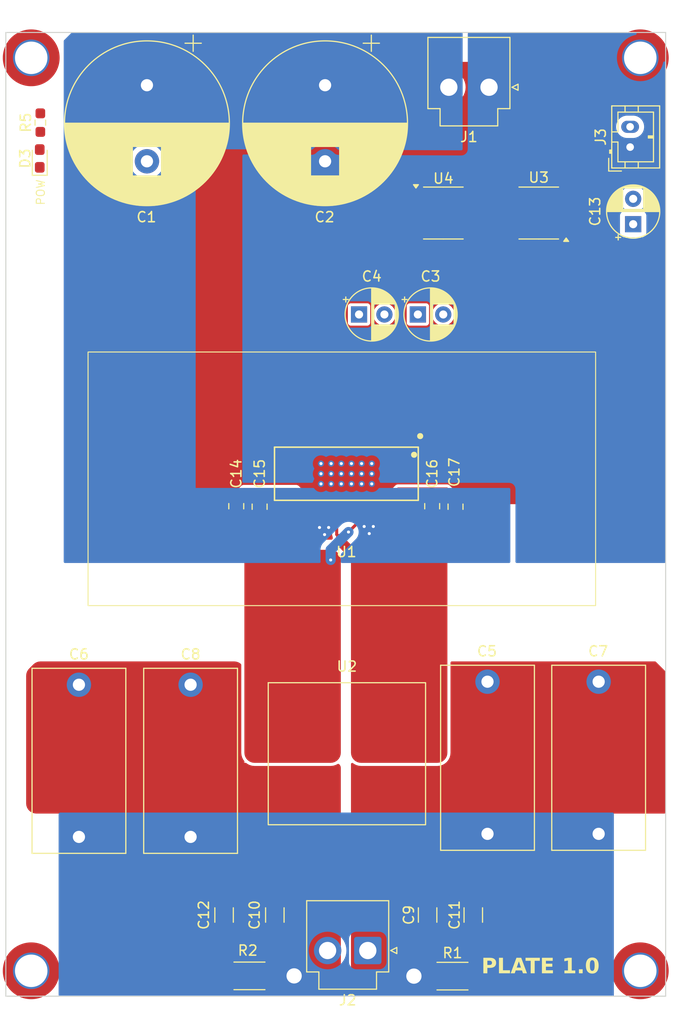
<source format=kicad_pcb>
(kicad_pcb (version 20240108) (generator "pcbnew") (generator_version "8.0")
  (layers (0 "F.Cu" signal) (31 "B.Cu" signal) (34 "B.Paste" user) (35 "F.Paste" user) (36 "B.SilkS" user "B.Silkscreen") (37 "F.SilkS" user "F.Silkscreen") (38 "B.Mask" user) (39 "F.Mask" user) (44 "Edge.Cuts" user))
  (net 0 "")
  (net 1 "GND")
  (net 2 "3V3")
  (net 17 "Net-(D3-A)")
  (net 22 "48V")
  (net 23 "INB")
  (net 24 "INA")
  (net 25 "Net-(U1-INPUT_A)")
  (net 26 "Net-(U1-INPUT_B)")
  (net 27 "SPEAKER_OUT1")
  (net 28 "SPEAKER_OUT2")
  (net 29 "Net-(C11-Pad1)")
  (net 30 "Net-(C12-Pad2)")
  (net 42 "MID")
  (net 43 "OUT2")
  (net 44 "OUT1")
  (net 45 "AUDIO_IN")
  (net 46 "Net-(U3A-+)")
  (net 47 "12V")
  (net 48 "Net-(U1-BST_C)")
  (net 49 "Net-(U1-BST_D)")
  (net 50 "Net-(U1-BST_A)")
  (net 51 "Net-(U1-BST_B)")
  (net 52 "GND2")
  (net 53 "GNDMID")
  (net 54 "GND1")
  (footprint "Capacitor_SMD:C_1206_3216Metric" (layer "F.Cu") (at 110.4 148 -90)
    (property "Reference" "C10" (at 0 2 90) (layer "F.SilkS"))
    (property "Value" "1n C0G")
    (pad "1" smd roundrect (at -1.475 0 270) (size 1.15 1.8) (layers "F.Cu" "F.Paste" "F.Mask") (roundrect_rratio 0.217391) (net 28 "SPEAKER_OUT2"))
    (pad "2" smd roundrect (at 1.475 0 270) (size 1.15 1.8) (layers "F.Cu" "F.Paste" "F.Mask") (roundrect_rratio 0.217391) (net 42 "MID"))
  )
  (footprint "Package_SO:SOIC-8_3.9x4.9mm_P1.27mm" (layer "F.Cu") (at 127 78.8)
    (property "Reference" "U4" (at 0 -3.4 0) (layer "F.SilkS"))
    (property "Value" "OPA1602")
    (pad "1" smd roundrect (at -2.475 -1.905) (size 1.95 0.6) (layers "F.Cu" "F.Paste" "F.Mask"))
    (pad "2" smd roundrect (at -2.475 -0.635) (size 1.95 0.6) (layers "F.Cu" "F.Paste" "F.Mask"))
    (pad "3" smd roundrect (at -2.475 0.635) (size 1.95 0.6) (layers "F.Cu" "F.Paste" "F.Mask"))
    (pad "4" smd roundrect (at -2.475 1.905) (size 1.95 0.6) (layers "F.Cu" "F.Paste" "F.Mask") (net 1 "GND"))
    (pad "5" smd roundrect (at 2.475 1.905) (size 1.95 0.6) (layers "F.Cu" "F.Paste" "F.Mask"))
    (pad "6" smd roundrect (at 2.475 0.635) (size 1.95 0.6) (layers "F.Cu" "F.Paste" "F.Mask"))
    (pad "7" smd roundrect (at 2.475 -0.635) (size 1.95 0.6) (layers "F.Cu" "F.Paste" "F.Mask"))
    (pad "8" smd roundrect (at 2.475 -1.905) (size 1.95 0.6) (layers "F.Cu" "F.Paste" "F.Mask") (net 47 "12V"))
  )
  (footprint "Connector_JST:JST_VH_B2P-VH-B_1x02_P3.96mm_Vertical" (layer "F.Cu") (at 119.5575 151.5 180)
    (property "Reference" "J2" (at 1.98 -4.9 360) (layer "F.SilkS"))
    (property "Value" "Conn_01x02_Pin")
    (pad "1" thru_hole roundrect (at 0 0 180) (size 2.7 2.7) (drill 1.7) (layers "*.Cu" "*.Mask") (roundrect_rratio 0.092593) (net 27 "SPEAKER_OUT1"))
    (pad "2" thru_hole circle (at 3.96 0 180) (size 2.7 2.7) (drill 1.7) (layers "*.Cu" "*.Mask") (net 28 "SPEAKER_OUT2"))
  )
  (footprint "Connector_JST:JST_PH_B2B-PH-K_1x02_P2.00mm_Vertical" (layer "F.Cu") (at 145.4 72.3 90)
    (property "Reference" "J3" (at 1 -2.9 90) (layer "F.SilkS"))
    (property "Value" "Conn_01x02_Pin")
    (pad "1" thru_hole roundrect (at 0 0 90) (size 1.2 1.75) (drill 0.75) (layers "*.Cu" "*.Mask") (roundrect_rratio 0.208333) (net 1 "GND"))
    (pad "2" thru_hole oval (at 2 0 90) (size 1.2 1.75) (drill 0.75) (layers "*.Cu" "*.Mask") (net 45 "AUDIO_IN"))
  )
  (footprint "Custom:UA8014-AL" (layer "F.Cu") (at 117.4 132)
    (property "Reference" "U2" (at 0.1 -8.5 0) (layer "F.SilkS"))
    (property "Value" "~")
    (pad "1" smd roundrect (at -4.65 -4.3) (size 7.7 3.4) (layers "F.Cu" "F.Paste" "F.Mask") (net 43 "OUT2"))
    (pad "2" smd roundrect (at -4.65 4.3) (size 7.7 3.4) (layers "F.Cu" "F.Paste" "F.Mask") (net 28 "SPEAKER_OUT2"))
    (pad "3" smd roundrect (at 4.65 4.3) (size 7.7 3.4) (layers "F.Cu" "F.Paste" "F.Mask") (net 27 "SPEAKER_OUT1"))
    (pad "4" smd roundrect (at 4.65 -4.3) (size 7.7 3.4) (layers "F.Cu" "F.Paste" "F.Mask") (net 44 "OUT1"))
  )
  (footprint "Resistor_SMD:R_2010_5025Metric_Pad1.40x2.65mm_HandSolder" (layer "F.Cu") (at 127.9 154.025)
    (property "Reference" "R1" (at 0 -2.28 0) (layer "F.SilkS"))
    (property "Value" "3R3")
    (pad "1" smd roundrect (at -2.4 0) (size 1.4 2.65) (layers "F.Cu" "F.Paste" "F.Mask") (roundrect_rratio 0.178571) (net 42 "MID"))
    (pad "2" smd roundrect (at 2.4 0) (size 1.4 2.65) (layers "F.Cu" "F.Paste" "F.Mask") (roundrect_rratio 0.178571) (net 29 "Net-(C11-Pad1)"))
  )
  (footprint "MountingHole:MountingHole_3.2mm_M3_DIN965_Pad_TopOnly" (layer "F.Cu") (at 86.4 63.5 90)
    (property "Reference" "H1" (hide yes))
    (property "Value" "MountingHole")
    (pad "1" thru_hole circle (at 0 0 90) (size 3.6 3.6) (drill 3.2) (layers "*.Cu" "*.Mask"))
    (pad "1" connect circle (at 0 0 90) (size 5.6 5.6) (layers "F.Cu" "F.Mask"))
  )
  (footprint "MountingHole:MountingHole_3.2mm_M3_DIN965_Pad_TopOnly" (layer "F.Cu") (at 86.4 153.5 90)
    (property "Reference" "H3" (hide yes))
    (property "Value" "MountingHole")
    (pad "1" thru_hole circle (at 0 0 90) (size 3.6 3.6) (drill 3.2) (layers "*.Cu" "*.Mask"))
    (pad "1" connect circle (at 0 0 90) (size 5.6 5.6) (layers "F.Cu" "F.Mask"))
  )
  (footprint "Capacitor_THT:C_Rect_L18.0mm_W9.0mm_P15.00mm_FKS3_FKP3" (layer "F.Cu") (at 131.35 140 90)
    (property "Reference" "C5" (at 18 -0.05 180) (layer "F.SilkS"))
    (property "Value" "470n 100V")
    (pad "1" thru_hole circle (at 0 0 90) (size 2.4 2.4) (drill 1.2) (layers "*.Cu" "*.Mask") (net 42 "MID"))
    (pad "2" thru_hole circle (at 15 0 90) (size 2.4 2.4) (drill 1.2) (layers "*.Cu" "*.Mask") (net 27 "SPEAKER_OUT1"))
  )
  (footprint "MountingHole:MountingHole_3.2mm_M3_DIN965_Pad_TopOnly" (layer "F.Cu") (at 146.4 63.5 90)
    (property "Reference" "H2" (hide yes))
    (property "Value" "MountingHole")
    (pad "1" thru_hole circle (at 0 0 90) (size 3.6 3.6) (drill 3.2) (layers "*.Cu" "*.Mask"))
    (pad "1" connect circle (at 0 0 90) (size 5.6 5.6) (layers "F.Cu" "F.Mask"))
  )
  (footprint "Capacitor_THT:C_Rect_L18.0mm_W9.0mm_P15.00mm_FKS3_FKP3" (layer "F.Cu") (at 102.1 125.3 -90)
    (property "Reference" "C8" (at -3 0 180) (layer "F.SilkS"))
    (property "Value" "470n 100V")
    (pad "1" thru_hole circle (at 0 0 270) (size 2.4 2.4) (drill 1.2) (layers "*.Cu" "*.Mask") (net 28 "SPEAKER_OUT2"))
    (pad "2" thru_hole circle (at 15 0 270) (size 2.4 2.4) (drill 1.2) (layers "*.Cu" "*.Mask") (net 42 "MID"))
  )
  (footprint "Capacitor_THT:C_Rect_L18.0mm_W9.0mm_P15.00mm_FKS3_FKP3" (layer "F.Cu") (at 91.1 125.3 -90)
    (property "Reference" "C6" (at -3 0 180) (layer "F.SilkS"))
    (property "Value" "470n 100V")
    (pad "1" thru_hole circle (at 0 0 270) (size 2.4 2.4) (drill 1.2) (layers "*.Cu" "*.Mask") (net 28 "SPEAKER_OUT2"))
    (pad "2" thru_hole circle (at 15 0 270) (size 2.4 2.4) (drill 1.2) (layers "*.Cu" "*.Mask") (net 42 "MID"))
  )
  (footprint "Capacitor_SMD:C_1206_3216Metric" (layer "F.Cu") (at 105.4 148 -90)
    (property "Reference" "C12" (at 0 2 90) (layer "F.SilkS"))
    (property "Value" "10n C0G")
    (pad "1" smd roundrect (at -1.475 0 270) (size 1.15 1.8) (layers "F.Cu" "F.Paste" "F.Mask") (roundrect_rratio 0.217391) (net 28 "SPEAKER_OUT2"))
    (pad "2" smd roundrect (at 1.475 0 270) (size 1.15 1.8) (layers "F.Cu" "F.Paste" "F.Mask") (roundrect_rratio 0.217391) (net 30 "Net-(C12-Pad2)"))
  )
  (footprint "Package_SO:SOIC-8_3.9x4.9mm_P1.27mm" (layer "F.Cu") (at 136.4 78.8 180)
    (property "Reference" "U3" (at 0 3.5 360) (layer "F.SilkS"))
    (property "Value" "OPA1602")
    (pad "1" smd roundrect (at -2.475 -1.905 180) (size 1.95 0.6) (layers "F.Cu" "F.Paste" "F.Mask"))
    (pad "2" smd roundrect (at -2.475 -0.635 180) (size 1.95 0.6) (layers "F.Cu" "F.Paste" "F.Mask"))
    (pad "3" smd roundrect (at -2.475 0.635 180) (size 1.95 0.6) (layers "F.Cu" "F.Paste" "F.Mask") (net 46 "Net-(U3A-+)"))
    (pad "4" smd roundrect (at -2.475 1.905 180) (size 1.95 0.6) (layers "F.Cu" "F.Paste" "F.Mask") (net 1 "GND"))
    (pad "5" smd roundrect (at 2.475 1.905 180) (size 1.95 0.6) (layers "F.Cu" "F.Paste" "F.Mask"))
    (pad "6" smd roundrect (at 2.475 0.635 180) (size 1.95 0.6) (layers "F.Cu" "F.Paste" "F.Mask"))
    (pad "7" smd roundrect (at 2.475 -0.635 180) (size 1.95 0.6) (layers "F.Cu" "F.Paste" "F.Mask"))
    (pad "8" smd roundrect (at 2.475 -1.905 180) (size 1.95 0.6) (layers "F.Cu" "F.Paste" "F.Mask") (net 47 "12V"))
  )
  (footprint "Capacitor_THT:CP_Radial_D16.0mm_P7.50mm" (layer "F.Cu") (at 115.35 66.2 -90)
    (property "Reference" "C2" (at 13 0.05 180) (layer "F.SilkS"))
    (property "Value" "1000u 63V")
    (pad "1" thru_hole rect (at 0 0 270) (size 2.4 2.4) (drill 1.2) (layers "*.Cu" "*.Mask") (net 22 "48V"))
    (pad "2" thru_hole circle (at 7.5 0 270) (size 2.4 2.4) (drill 1.2) (layers "*.Cu" "*.Mask") (net 1 "GND"))
  )
  (footprint "Capacitor_SMD:C_1206_3216Metric" (layer "F.Cu") (at 125.45 148 90)
    (property "Reference" "C9" (at 0 -1.85 90) (layer "F.SilkS"))
    (property "Value" "1n C0G")
    (pad "1" smd roundrect (at -1.475 0 90) (size 1.15 1.8) (layers "F.Cu" "F.Paste" "F.Mask") (roundrect_rratio 0.217391) (net 42 "MID"))
    (pad "2" smd roundrect (at 1.475 0 90) (size 1.15 1.8) (layers "F.Cu" "F.Paste" "F.Mask") (roundrect_rratio 0.217391) (net 27 "SPEAKER_OUT1"))
  )
  (footprint "Capacitor_SMD:C_0805_2012Metric" (layer "F.Cu") (at 128.2 107.75 -90)
    (property "Reference" "C17" (at -3.396076 0.120662 90) (layer "F.SilkS"))
    (property "Value" "33n C0G")
    (pad "1" smd roundrect (at -0.95 0 270) (size 1 1.45) (layers "F.Cu" "F.Paste" "F.Mask") (net 43 "OUT2"))
    (pad "2" smd roundrect (at 0.95 0 270) (size 1 1.45) (layers "F.Cu" "F.Paste" "F.Mask") (net 51 "Net-(U1-BST_B)"))
  )
  (footprint "Capacitor_SMD:C_0805_2012Metric" (layer "F.Cu") (at 108.9 107.75 -90)
    (property "Reference" "C15" (at -3.25 0 90) (layer "F.SilkS"))
    (property "Value" "33n C0G")
    (pad "1" smd roundrect (at -0.95 0 270) (size 1 1.45) (layers "F.Cu" "F.Paste" "F.Mask") (net 43 "OUT2"))
    (pad "2" smd roundrect (at 0.95 0 270) (size 1 1.45) (layers "F.Cu" "F.Paste" "F.Mask") (net 49 "Net-(U1-BST_D)"))
  )
  (footprint "Capacitor_THT:CP_Radial_D5.0mm_P2.50mm" (layer "F.Cu") (at 118.694888 88.8)
    (property "Reference" "C4" (at 1.25 -3.75 360) (layer "F.SilkS"))
    (property "Value" "10u Nichicon 25V")
    (pad "1" thru_hole rect (at 0 0) (size 1.6 1.6) (drill 0.8) (layers "*.Cu" "*.Mask") (net 23 "INB"))
    (pad "2" thru_hole circle (at 2.5 0) (size 1.6 1.6) (drill 0.8) (layers "*.Cu" "*.Mask") (net 26 "Net-(U1-INPUT_B)"))
  )
  (footprint "Capacitor_THT:CP_Radial_D5.0mm_P2.50mm" (layer "F.Cu") (at 124.489776 88.8)
    (property "Reference" "C3" (at 1.25 -3.75 360) (layer "F.SilkS"))
    (property "Value" "10u Nichicon 25V")
    (pad "1" thru_hole rect (at 0 0) (size 1.6 1.6) (drill 0.8) (layers "*.Cu" "*.Mask") (net 24 "INA"))
    (pad "2" thru_hole circle (at 2.5 0) (size 1.6 1.6) (drill 0.8) (layers "*.Cu" "*.Mask") (net 25 "Net-(U1-INPUT_A)"))
  )
  (footprint "Capacitor_SMD:C_1206_3216Metric" (layer "F.Cu") (at 129.95 148 90)
    (property "Reference" "C11" (at 0 -1.85 90) (layer "F.SilkS"))
    (property "Value" "10n C0G")
    (pad "1" smd roundrect (at -1.475 0 90) (size 1.15 1.8) (layers "F.Cu" "F.Paste" "F.Mask") (roundrect_rratio 0.217391) (net 29 "Net-(C11-Pad1)"))
    (pad "2" smd roundrect (at 1.475 0 90) (size 1.15 1.8) (layers "F.Cu" "F.Paste" "F.Mask") (roundrect_rratio 0.217391) (net 27 "SPEAKER_OUT1"))
  )
  (footprint "Connector_JST:JST_VH_B2P-VH-B_1x02_P3.96mm_Vertical" (layer "F.Cu") (at 131.5 66.4 180)
    (property "Reference" "J1" (at 1.98 -4.9 360) (layer "F.SilkS"))
    (property "Value" "Conn_01x02_Pin")
    (pad "1" thru_hole roundrect (at 0 0 180) (size 2.7 2.7) (drill 1.7) (layers "*.Cu" "*.Mask") (roundrect_rratio 0.092593) (net 1 "GND"))
    (pad "2" thru_hole circle (at 3.96 0 180) (size 2.7 2.7) (drill 1.7) (layers "*.Cu" "*.Mask") (net 22 "48V"))
  )
  (footprint "Capacitor_THT:CP_Radial_D16.0mm_P7.50mm" (layer "F.Cu") (at 97.8 66.2 -90)
    (property "Reference" "C1" (at 13 0.05 0) (layer "F.SilkS"))
    (property "Value" "1000u 63V")
    (pad "1" thru_hole rect (at 0 0 270) (size 2.4 2.4) (drill 1.2) (layers "*.Cu" "*.Mask") (net 22 "48V"))
    (pad "2" thru_hole circle (at 7.5 0 270) (size 2.4 2.4) (drill 1.2) (layers "*.Cu" "*.Mask") (net 1 "GND"))
  )
  (footprint "Capacitor_SMD:C_0805_2012Metric" (layer "F.Cu") (at 106.6 107.7 -90)
    (property "Reference" "C14" (at -3.2 0 90) (layer "F.SilkS"))
    (property "Value" "33n C0G")
    (pad "1" smd roundrect (at -0.95 0 270) (size 1 1.45) (layers "F.Cu" "F.Paste" "F.Mask") (net 44 "OUT1"))
    (pad "2" smd roundrect (at 0.95 0 270) (size 1 1.45) (layers "F.Cu" "F.Paste" "F.Mask") (net 48 "Net-(U1-BST_C)"))
  )
  (footprint "Resistor_SMD:R_0603_1608Metric_Pad0.98x0.95mm_HandSolder" (layer "F.Cu") (at 87.3 69.8875 90)
    (property "Reference" "R5" (at 0 -1.43 90) (layer "F.SilkS"))
    (property "Value" "150R")
    (pad "1" smd roundrect (at -0.9125 0 90) (size 0.975 0.95) (layers "F.Cu" "F.Paste" "F.Mask") (net 2 "3V3"))
    (pad "2" smd roundrect (at 0.9125 0 90) (size 0.975 0.95) (layers "F.Cu" "F.Paste" "F.Mask") (net 17 "Net-(D3-A)"))
  )
  (footprint "Resistor_SMD:R_2010_5025Metric_Pad1.40x2.65mm_HandSolder" (layer "F.Cu") (at 107.9 154)
    (property "Reference" "R2" (at -0.169144 -2.5 360) (layer "F.SilkS"))
    (property "Value" "3R3")
    (pad "1" smd roundrect (at -2.4 0) (size 1.4 2.65) (layers "F.Cu" "F.Paste" "F.Mask") (roundrect_rratio 0.178571) (net 30 "Net-(C12-Pad2)"))
    (pad "2" smd roundrect (at 2.4 0) (size 1.4 2.65) (layers "F.Cu" "F.Paste" "F.Mask") (roundrect_rratio 0.178571) (net 42 "MID"))
  )
  (footprint "MountingHole:MountingHole_3.2mm_M3_DIN965_Pad_TopOnly" (layer "F.Cu") (at 146.4 153.5 90)
    (property "Reference" "H4" (hide yes))
    (property "Value" "MountingHole")
    (pad "1" thru_hole circle (at 0 0 90) (size 3.6 3.6) (drill 3.2) (layers "*.Cu" "*.Mask"))
    (pad "1" connect circle (at 0 0 90) (size 5.6 5.6) (layers "F.Cu" "F.Mask"))
  )
  (footprint "Capacitor_SMD:C_0805_2012Metric" (layer "F.Cu") (at 125.9 107.7 -90)
    (property "Reference" "C16" (at -3.2 0 90) (layer "F.SilkS"))
    (property "Value" "33n C0G")
    (pad "1" smd roundrect (at -0.95 0 270) (size 1 1.45) (layers "F.Cu" "F.Paste" "F.Mask") (net 44 "OUT1"))
    (pad "2" smd roundrect (at 0.95 0 270) (size 1 1.45) (layers "F.Cu" "F.Paste" "F.Mask") (net 50 "Net-(U1-BST_A)"))
  )
  (footprint "Capacitor_THT:CP_Radial_D5.0mm_P2.50mm" (layer "F.Cu") (at 145.7 79.9 90)
    (property "Reference" "C13" (at 1.25 -3.75 90) (layer "F.SilkS"))
    (property "Value" "10u Nichicon 25V")
    (pad "1" thru_hole rect (at 0 0 90) (size 1.6 1.6) (drill 0.8) (layers "*.Cu" "*.Mask") (net 46 "Net-(U3A-+)"))
    (pad "2" thru_hole circle (at 2.5 0 90) (size 1.6 1.6) (drill 0.8) (layers "*.Cu" "*.Mask") (net 45 "AUDIO_IN"))
  )
  (footprint "Capacitor_THT:C_Rect_L18.0mm_W9.0mm_P15.00mm_FKS3_FKP3" (layer "F.Cu") (at 142.3 140 90)
    (property "Reference" "C7" (at 18 -0.05 180) (layer "F.SilkS"))
    (property "Value" "470n 100V")
    (pad "1" thru_hole circle (at 0 0 90) (size 2.4 2.4) (drill 1.2) (layers "*.Cu" "*.Mask") (net 42 "MID"))
    (pad "2" thru_hole circle (at 15 0 90) (size 2.4 2.4) (drill 1.2) (layers "*.Cu" "*.Mask") (net 27 "SPEAKER_OUT1"))
  )
  (footprint "LED_SMD:LED_0603_1608Metric_Pad1.05x0.95mm_HandSolder" (layer "F.Cu") (at 87.24 73.42 90)
    (property "Reference" "D3" (at 0 -1.43 90) (layer "F.SilkS"))
    (property "Value" "BLUE")
    (pad "1" smd roundrect (at -0.875 0 90) (size 1.05 0.95) (layers "F.Cu" "F.Paste" "F.Mask") (net 1 "GND"))
    (pad "2" smd roundrect (at 0.875 0 90) (size 1.05 0.95) (layers "F.Cu" "F.Paste" "F.Mask") (net 17 "Net-(D3-A)"))
  )
  (footprint "easyeda2kicad:HTSSOP-44_L14.0-W6.1-P0.64-LS8.1-BL-EP" (layer "F.Cu") (at 117.4475 104.5 180)
    (property "Reference" "U1" (at 0 -7.71 0) (layer "F.SilkS"))
    (property "Value" "TPA3255DDV")
    (pad "" thru_hole circle (at -2.5 -1 180) (size 0.61 0.61) (drill 0.3) (layers "*.Cu" "*.Paste" "*.Mask"))
    (pad "" thru_hole circle (at -2.5 0 180) (size 0.61 0.61) (drill 0.3) (layers "*.Cu" "*.Paste" "*.Mask"))
    (pad "" thru_hole circle (at -2.5 1 180) (size 0.61 0.61) (drill 0.3) (layers "*.Cu" "*.Paste" "*.Mask"))
    (pad "" thru_hole circle (at -1.5 -1 180) (size 0.61 0.61) (drill 0.3) (layers "*.Cu" "*.Paste" "*.Mask"))
    (pad "" thru_hole circle (at -1.5 0 180) (size 0.61 0.61) (drill 0.3) (layers "*.Cu" "*.Paste" "*.Mask"))
    (pad "" thru_hole circle (at -1.5 1 180) (size 0.61 0.61) (drill 0.3) (layers "*.Cu" "*.Paste" "*.Mask"))
    (pad "" thru_hole circle (at -0.5 -1 180) (size 0.61 0.61) (drill 0.3) (layers "*.Cu" "*.Paste" "*.Mask"))
    (pad "" thru_hole circle (at -0.5 0 180) (size 0.61 0.61) (drill 0.3) (layers "*.Cu" "*.Paste" "*.Mask"))
    (pad "" thru_hole circle (at -0.5 1 180) (size 0.61 0.61) (drill 0.3) (layers "*.Cu" "*.Paste" "*.Mask"))
    (pad "" thru_hole circle (at 0.5 -1 180) (size 0.61 0.61) (drill 0.3) (layers "*.Cu" "*.Paste" "*.Mask"))
    (pad "" thru_hole circle (at 0.5 0 180) (size 0.61 0.61) (drill 0.3) (layers "*.Cu" "*.Paste" "*.Mask"))
    (pad "" thru_hole circle (at 0.5 1 180) (size 0.61 0.61) (drill 0.3) (layers "*.Cu" "*.Paste" "*.Mask"))
    (pad "" thru_hole circle (at 1.5 -1 180) (size 0.61 0.61) (drill 0.3) (layers "*.Cu" "*.Paste" "*.Mask"))
    (pad "" thru_hole circle (at 1.5 0 180) (size 0.61 0.61) (drill 0.3) (layers "*.Cu" "*.Paste" "*.Mask"))
    (pad "" thru_hole circle (at 1.5 1 180) (size 0.61 0.61) (drill 0.3) (layers "*.Cu" "*.Paste" "*.Mask"))
    (pad "" thru_hole circle (at 2.5 -1 180) (size 0.61 0.61) (drill 0.3) (layers "*.Cu" "*.Paste" "*.Mask"))
    (pad "" thru_hole circle (at 2.5 0 180) (size 0.61 0.61) (drill 0.3) (layers "*.Cu" "*.Paste" "*.Mask"))
    (pad "" thru_hole circle (at 2.5 1 180) (size 0.61 0.61) (drill 0.3) (layers "*.Cu" "*.Paste" "*.Mask"))
    (pad "1" smd oval (at -6.67 3.71 180) (size 0.31 1.73) (layers "F.Cu" "F.Paste" "F.Mask"))
    (pad "2" smd oval (at -6.03 3.71 180) (size 0.31 1.73) (layers "F.Cu" "F.Paste" "F.Mask"))
    (pad "3" smd oval (at -5.4 3.71 180) (size 0.31 1.73) (layers "F.Cu" "F.Paste" "F.Mask"))
    (pad "4" smd oval (at -4.76 3.71 180) (size 0.31 1.73) (layers "F.Cu" "F.Paste" "F.Mask"))
    (pad "5" smd oval (at -4.13 3.71 180) (size 0.31 1.73) (layers "F.Cu" "F.Paste" "F.Mask") (net 25 "Net-(U1-INPUT_A)"))
    (pad "6" smd oval (at -3.49 3.71 180) (size 0.31 1.73) (layers "F.Cu" "F.Paste" "F.Mask") (net 26 "Net-(U1-INPUT_B)"))
    (pad "7" smd oval (at -2.86 3.71 180) (size 0.31 1.73) (layers "F.Cu" "F.Paste" "F.Mask"))
    (pad "8" smd oval (at -2.22 3.71 180) (size 0.31 1.73) (layers "F.Cu" "F.Paste" "F.Mask"))
    (pad "9" smd oval (at -1.59 3.71 180) (size 0.31 1.73) (layers "F.Cu" "F.Paste" "F.Mask"))
    (pad "10" smd oval (at -0.95 3.71 180) (size 0.31 1.73) (layers "F.Cu" "F.Paste" "F.Mask"))
    (pad "11" smd oval (at -0.32 3.71 180) (size 0.31 1.73) (layers "F.Cu" "F.Paste" "F.Mask"))
    (pad "12" smd oval (at 0.32 3.71 180) (size 0.31 1.73) (layers "F.Cu" "F.Paste" "F.Mask") (net 1 "GND"))
    (pad "13" smd oval (at 0.95 3.71 180) (size 0.31 1.73) (layers "F.Cu" "F.Paste" "F.Mask") (net 1 "GND"))
    (pad "14" smd oval (at 1.59 3.71 180) (size 0.31 1.73) (layers "F.Cu" "F.Paste" "F.Mask"))
    (pad "15" smd oval (at 2.22 3.71 180) (size 0.31 1.73) (layers "F.Cu" "F.Paste" "F.Mask"))
    (pad "16" smd oval (at 2.86 3.71 180) (size 0.31 1.73) (layers "F.Cu" "F.Paste" "F.Mask"))
    (pad "17" smd oval (at 3.49 3.71 180) (size 0.31 1.73) (layers "F.Cu" "F.Paste" "F.Mask"))
    (pad "18" smd oval (at 4.13 3.71 180) (size 0.31 1.73) (layers "F.Cu" "F.Paste" "F.Mask"))
    (pad "19" smd oval (at 4.76 3.71 180) (size 0.31 1.73) (layers "F.Cu" "F.Paste" "F.Mask"))
    (pad "20" smd oval (at 5.4 3.71 180) (size 0.31 1.73) (layers "F.Cu" "F.Paste" "F.Mask"))
    (pad "21" smd oval (at 6.03 3.71 180) (size 0.31 1.73) (layers "F.Cu" "F.Paste" "F.Mask"))
    (pad "22" smd oval (at 6.67 3.71 180) (size 0.31 1.73) (layers "F.Cu" "F.Paste" "F.Mask"))
    (pad "23" smd oval (at 6.67 -3.71 180) (size 0.31 1.73) (layers "F.Cu" "F.Paste" "F.Mask") (net 49 "Net-(U1-BST_D)"))
    (pad "24" smd oval (at 6.03 -3.71 180) (size 0.31 1.73) (layers "F.Cu" "F.Paste" "F.Mask") (net 48 "Net-(U1-BST_C)"))
    (pad "25" smd oval (at 5.4 -3.71 180) (size 0.31 1.73) (layers "F.Cu" "F.Paste" "F.Mask") (net 52 "GND2"))
    (pad "26" smd oval (at 4.76 -3.71 180) (size 0.31 1.73) (layers "F.Cu" "F.Paste" "F.Mask") (net 52 "GND2"))
    (pad "27" smd oval (at 4.13 -3.71 180) (size 0.31 1.73) (layers "F.Cu" "F.Paste" "F.Mask") (net 43 "OUT2"))
    (pad "28" smd oval (at 3.49 -3.71 180) (size 0.31 1.73) (layers "F.Cu" "F.Paste" "F.Mask") (net 43 "OUT2"))
    (pad "29" smd oval (at 2.86 -3.71 180) (size 0.31 1.73) (layers "F.Cu" "F.Paste" "F.Mask") (net 22 "48V"))
    (pad "30" smd oval (at 2.22 -3.71 180) (size 0.31 1.73) (layers "F.Cu" "F.Paste" "F.Mask") (net 22 "48V"))
    (pad "31" smd oval (at 1.59 -3.71 180) (size 0.31 1.73) (layers "F.Cu" "F.Paste" "F.Mask") (net 22 "48V"))
    (pad "32" smd oval (at 0.95 -3.71 180) (size 0.31 1.73) (layers "F.Cu" "F.Paste" "F.Mask") (net 44 "OUT1"))
    (pad "33" smd oval (at 0.32 -3.71 180) (size 0.31 1.73) (layers "F.Cu" "F.Paste" "F.Mask") (net 53 "GNDMID"))
    (pad "34" smd oval (at -0.32 -3.71 180) (size 0.31 1.73) (layers "F.Cu" "F.Paste" "F.Mask") (net 53 "GNDMID"))
    (pad "35" smd oval (at -0.95 -3.71 180) (size 0.31 1.73) (layers "F.Cu" "F.Paste" "F.Mask") (net 43 "OUT2"))
    (pad "36" smd oval (at -1.59 -3.71 180) (size 0.31 1.73) (layers "F.Cu" "F.Paste" "F.Mask") (net 22 "48V"))
    (pad "37" smd oval (at -2.22 -3.71 180) (size 0.31 1.73) (layers "F.Cu" "F.Paste" "F.Mask") (net 22 "48V"))
    (pad "38" smd oval (at -2.86 -3.71 180) (size 0.31 1.73) (layers "F.Cu" "F.Paste" "F.Mask") (net 22 "48V"))
    (pad "39" smd oval (at -3.49 -3.71 180) (size 0.31 1.73) (layers "F.Cu" "F.Paste" "F.Mask") (net 44 "OUT1"))
    (pad "40" smd oval (at -4.13 -3.71 180) (size 0.31 1.73) (layers "F.Cu" "F.Paste" "F.Mask") (net 44 "OUT1"))
    (pad "41" smd oval (at -4.76 -3.71 180) (size 0.31 1.73) (layers "F.Cu" "F.Paste" "F.Mask") (net 54 "GND1"))
    (pad "42" smd oval (at -5.4 -3.71 180) (size 0.31 1.73) (layers "F.Cu" "F.Paste" "F.Mask") (net 54 "GND1"))
    (pad "43" smd oval (at -6.03 -3.71 180) (size 0.31 1.73) (layers "F.Cu" "F.Paste" "F.Mask") (net 51 "Net-(U1-BST_B)"))
    (pad "44" smd oval (at -6.67 -3.71 180) (size 0.31 1.73) (layers "F.Cu" "F.Paste" "F.Mask") (net 50 "Net-(U1-BST_A)"))
    (pad "45" smd rect (at 0 0 270) (size 4.43 7.3) (layers "F.Cu" "F.Paste" "F.Mask") (net 1 "GND"))
  )
  (gr_rect (start 92 92.5) (end 142 117.5) (stroke (width 0.1)) (fill none) (layer "F.SilkS"))
  (gr_line (start 148.9 156) (end 83.9 156) (stroke (width 0.1)) (layer "Edge.Cuts"))
  (gr_line (start 83.9 61) (end 83.9 156) (stroke (width 0.1)) (layer "Edge.Cuts"))
  (gr_line (start 83.9 61) (end 148.9 61) (stroke (width 0.1)) (layer "Edge.Cuts"))
  (gr_line (start 148.9 61) (end 148.9 156) (stroke (width 0.1)) (layer "Edge.Cuts"))
  (gr_text "POW" (at 87.8 78.1 90) (layer "F.SilkS") (effects (font (size 0.8 0.8) (thickness 0.1)) (justify left bottom)))
  (gr_text "PLATE 1.0\n" (at 142.4 154 0) (layer "F.SilkS") (effects (font (size 1.5 1.5) (thickness 0.2) (bold yes)) (justify right bottom)))
  (via (at 114.8 109.8) (size 0.6) (drill 0.3) (layers "F.Cu" "B.Cu") (net 22))
  (via (at 119.2 109.7) (size 0.6) (drill 0.3) (layers "F.Cu" "B.Cu") (net 22))
  (via (at 119.7 110.4) (size 0.6) (drill 0.3) (layers "F.Cu" "B.Cu") (net 22))
  (via (at 120.1 109.7) (size 0.6) (drill 0.3) (layers "F.Cu" "B.Cu") (net 22))
  (via (at 115.3 110.5) (size 0.6) (drill 0.3) (layers "F.Cu" "B.Cu") (net 22))
  (via (at 115.7 109.8) (size 0.6) (drill 0.3) (layers "F.Cu" "B.Cu") (net 22))
  (segment (start 129.95 153.675) (end 130.3 154.025) (width 1.5) (layer "F.Cu") (net 29))
  (segment (start 129.95 149.475) (end 129.95 153.675) (width 1.5) (layer "F.Cu") (net 29))
  (segment (start 105.4 153.9) (end 105.5 154) (width 1.5) (layer "F.Cu") (net 30))
  (segment (start 105.4 149.475) (end 105.4 153.9) (width 1.5) (layer "F.Cu") (net 30))
  (segment (start 125.5 154.025) (end 124.1 154.025) (width 1.5) (layer "F.Cu") (net 42))
  (segment (start 112.3 154) (end 112.300004 154.000004) (width 1.5) (layer "F.Cu") (net 42))
  (segment (start 125.45 149.475) (end 125.45 153.975) (width 1.5) (layer "F.Cu") (net 42))
  (segment (start 110.4 149.475) (end 110.4 153.9) (width 1.5) (layer "F.Cu") (net 42))
  (segment (start 110.3 154) (end 112.3 154) (width 1.5) (layer "F.Cu") (net 42))
  (segment (start 125.45 153.975) (end 125.5 154.025) (width 1.5) (layer "F.Cu") (net 42))
  (segment (start 110.4 153.9) (end 110.3 154) (width 1.5) (layer "F.Cu") (net 42))
  (via (at 112.300004 154.000004) (size 3) (drill 1.5) (layers "F.Cu" "B.Cu") (net 42))
  (via (at 124.1 154.025) (size 3) (drill 1.5) (layers "F.Cu" "B.Cu") (net 42))
  (segment (start 121.453347 107.045) (end 118.8075 107.045) (width 0.2) (layer "F.Cu") (net 43))
  (segment (start 122.548347 105.95) (end 121.453347 107.045) (width 0.2) (layer "F.Cu") (net 43))
  (segment (start 118.8075 107.045) (end 118.3975 107.455) (width 0.2) (layer "F.Cu") (net 43))
  (segment (start 118.4 109.500759) (end 118.4 108.2125) (width 0.3) (layer "F.Cu") (net 43))
  (segment (start 127.35 105.95) (end 122.548347 105.95) (width 0.2) (layer "F.Cu") (net 43))
  (segment (start 128.2 106.8) (end 127.35 105.95) (width 0.2) (layer "F.Cu") (net 43))
  (segment (start 113.3175 107.455) (end 113.3175 108.21) (width 0.2) (layer "F.Cu") (net 43))
  (segment (start 112.6625 106.8) (end 113.3175 107.455) (width 0.2) (layer "F.Cu") (net 43))
  (segment (start 108.9 106.8) (end 112.6625 106.8) (width 0.2) (layer "F.Cu") (net 43))
  (segment (start 117.65569 110.245069) (end 118.4 109.500759) (width 0.3) (layer "F.Cu") (net 43))
  (via (at 117.65569 110.245069) (size 0.6) (drill 0.3) (layers "F.Cu" "B.Cu") (net 43))
  (via (at 115.9 113) (size 0.6) (drill 0.3) (layers "F.Cu" "B.Cu") (net 43))
  (segment (start 115.9 112.000759) (end 115.9 113) (width 1) (layer "B.Cu") (net 43))
  (segment (start 117.65569 110.245069) (end 115.9 112.000759) (width 1) (layer "B.Cu") (net 43))
  (segment (start 118.7 113) (end 118 112.3) (width 1) (layer "F.Cu") (net 44))
  (segment (start 113.5275 107.045) (end 116.045967 107.045) (width 0.2) (layer "F.Cu") (net 44))
  (segment (start 118 112.3) (end 116.9 111.2) (width 1) (layer "F.Cu") (net 44))
  (segment (start 116.495 110.495) (end 116.9 110.9) (width 0.3) (layer "F.Cu") (net 44))
  (segment (start 116.9 111.2) (end 116.9 110.9) (width 1) (layer "F.Cu") (net 44))
  (segment (start 116.4975 107.496533) (end 116.4975 108.21) (width 0.2) (layer "F.Cu") (net 44))
  (segment (start 112.4825 106) (end 113.5275 107.045) (width 0.2) (layer "F.Cu") (net 44))
  (segment (start 116.045967 107.045) (end 116.4975 107.496533) (width 0.2) (layer "F.Cu") (net 44))
  (segment (start 106.6 106.75) (end 107.35 106) (width 0.2) (layer "F.Cu") (net 44))
  (segment (start 125.9 106.75) (end 122.314033 106.75) (width 0.2) (layer "F.Cu") (net 44))
  (segment (start 116.495 108.2125) (end 116.495 110.495) (width 0.3) (layer "F.Cu") (net 44))
  (segment (start 122.314033 106.75) (end 121.5775 107.486533) (width 0.2) (layer "F.Cu") (net 44))
  (segment (start 107.35 106) (end 112.4825 106) (width 0.2) (layer "F.Cu") (net 44))
  (segment (start 130.449999 76.895) (end 131.6 78.045001) (width 0.3) (layer "F.Cu") (net 47))
  (segment (start 129.475 76.895) (end 130.449999 76.895) (width 0.3) (layer "F.Cu") (net 47))
  (segment (start 131.6 78.045001) (end 131.6 79.6) (width 0.3) (layer "F.Cu") (net 47))
  (segment (start 131.6 79.6) (end 132.705 80.705) (width 0.3) (layer "F.Cu") (net 47))
  (segment (start 132.705 80.705) (end 133.925 80.705) (width 0.3) (layer "F.Cu") (net 47))
  (segment (start 110.8825 109.5) (end 107.45 109.5) (width 0.2) (layer "F.Cu") (net 48))
  (segment (start 111.4175 108.965) (end 110.8825 109.5) (width 0.2) (layer "F.Cu") (net 48))
  (segment (start 111.4175 108.21) (end 111.4175 108.965) (width 0.2) (layer "F.Cu") (net 48))
  (segment (start 107.45 109.5) (end 106.6 108.65) (width 0.2) (layer "F.Cu") (net 48))
  (segment (start 109.39 108.21) (end 108.9 108.7) (width 0.2) (layer "F.Cu") (net 49))
  (segment (start 110.7775 108.21) (end 109.39 108.21) (width 0.2) (layer "F.Cu") (net 49))
  (segment (start 125.46 108.21) (end 125.9 108.65) (width 0.2) (layer "F.Cu") (net 50))
  (segment (start 124.1175 108.21) (end 125.46 108.21) (width 0.2) (layer "F.Cu") (net 50))
  (segment (start 124.0125 109.5) (end 127.4 109.5) (width 0.2) (layer "F.Cu") (net 51))
  (segment (start 123.4775 108.965) (end 124.0125 109.5) (width 0.2) (layer "F.Cu") (net 51))
  (segment (start 127.4 109.5) (end 128.2 108.7) (width 0.2) (layer "F.Cu") (net 51))
  (zone (net 22) (net_name "48V") (layer "F.Cu") (priority 6) (connect_pads yes (clearance 0.3)) (min_thickness 0.25) (fill yes (thermal_gap 0.5) (thermal_bridge_width 0.5))
    (polygon (pts (xy 114.4 111) (xy 116.1 111) (xy 116.1 107) (xy 114.4 107)))
  )
  (zone (net 28) (net_name "SPEAKER_OUT2") (layer "F.Cu") (priority 4) (connect_pads yes (clearance 0.3)) (min_thickness 0.25) (fill yes (thermal_gap 0.5) (thermal_bridge_width 0.5) (smoothing fillet) (radius 1))
    (polygon (pts (xy 86.9 123) (xy 104.4 123) (xy 107.4 123) (xy 107.4 133) (xy 108.9 133) (xy 116.9 133) (xy 116.9 138) (xy 85.9 138) (xy 85.9 124)))
  )
  (zone (net 27) (net_name "SPEAKER_OUT1") (layer "F.Cu") (priority 4) (connect_pads yes (clearance 0.3)) (min_thickness 0.25) (fill yes (thermal_gap 0.5) (thermal_bridge_width 0.5))
    (polygon (pts (xy 147.9 123) (xy 127.4 123) (xy 127.4 126) (xy 127.4 131.5) (xy 125.9 133) (xy 117.9 133) (xy 117.9 138) (xy 148.9 138) (xy 148.9 124)))
  )
  (zone (net 43) (net_name "OUT2") (layer "F.Cu") (priority 2) (connect_pads yes (clearance 0.2)) (min_thickness 0.25) (fill yes (thermal_gap 0.5) (thermal_bridge_width 0.5) (smoothing fillet) (radius 0.5))
    (polygon (pts (xy 113 109.4) (xy 110.1 112.3) (xy 110.1 113.5) (xy 110.2 113.6) (xy 114.4 113.6) (xy 114.4 107.4) (xy 114.3 107.3) (xy 113 107.3)))
  )
  (zone (net 44) (net_name "OUT1") (layer "F.Cu") (priority 5) (connect_pads yes (clearance 0)) (min_thickness 0.25) (fill yes (thermal_gap 0.5) (thermal_bridge_width 0.5) (smoothing fillet) (radius 1))
    (polygon (pts (xy 117.9 133) (xy 127.4 133) (xy 127.4 112) (xy 117.9 112)))
  )
  (zone (net 27) (net_name "SPEAKER_OUT1") (layer "F.Cu") (priority 3) (connect_pads yes (clearance 0.3)) (min_thickness 0.25) (fill yes (thermal_gap 0.5) (thermal_bridge_width 0.5))
    (polygon (pts (xy 117.9 134) (xy 117.9 156) (xy 118.4 156.5) (xy 134.4 156.5) (xy 134.4 144.5) (xy 132.9 143) (xy 126.9 143) (xy 126.9 134)))
  )
  (zone (net 43) (net_name "OUT2") (layer "F.Cu") (priority 5) (connect_pads yes (clearance 0.3)) (min_thickness 0.25) (fill yes (thermal_gap 0.5) (thermal_bridge_width 0.5) (smoothing fillet) (radius 1))
    (polygon (pts (xy 107.4 133) (xy 116.9 133) (xy 116.9 112) (xy 107.4 112)))
  )
  (zone (net 22) (net_name "48V") (layer "F.Cu") (priority 6) (connect_pads yes (clearance 0.3)) (min_thickness 0.25) (fill yes (thermal_gap 0.5) (thermal_bridge_width 0.5))
    (polygon (pts (xy 118.8 110.8) (xy 120.5 110.8) (xy 120.5 106.8) (xy 118.8 106.8)))
  )
  (zone (net 28) (net_name "SPEAKER_OUT2") (layer "F.Cu") (priority 3) (connect_pads yes (clearance 0.3)) (min_thickness 0.25) (fill yes (thermal_gap 0.5) (thermal_bridge_width 0.5))
    (polygon (pts (xy 116.9 134) (xy 116.9 156) (xy 116.4 156.5) (xy 100.4 156.5) (xy 100.4 144.5) (xy 101.9 143) (xy 107.9 143) (xy 107.9 134)))
  )
  (zone (net 1) (net_name "GND") (layer "F.Cu") (priority 1) (connect_pads yes (clearance 0.3)) (min_thickness 0.25) (fill yes (thermal_gap 0.5) (thermal_bridge_width 0.5))
    (polygon (pts (xy 137.7 63.9) (xy 137.7 107.5) (xy 99.4 107.5) (xy 99.4 63.9)))
  )
  (zone (net 44) (net_name "OUT1") (layer "F.Cu") (priority 2) (connect_pads yes (clearance 0.2)) (min_thickness 0.25) (fill yes (thermal_gap 0.5) (thermal_bridge_width 0.5) (smoothing fillet) (radius 0.5))
    (polygon (pts (xy 121.95 109.35) (xy 124.85 112.25) (xy 124.85 113.45) (xy 124.75 113.55) (xy 120.55 113.55) (xy 120.55 107.35) (xy 120.65 107.25) (xy 121.95 107.25)))
  )
  (zone (net 22) (net_name "48V") (layer "B.Cu") (priority 10) (connect_pads yes (clearance 0.5)) (min_thickness 0.25) (fill yes (thermal_gap 0.5) (thermal_bridge_width 0.5))
    (polygon (pts (xy 128.9 72.620738) (xy 102.7 72.5) (xy 102.6 72.6) (xy 102.6 105.9) (xy 133.6 105.9) (xy 133.6 113.3) (xy 89.6 113.3) (xy 89.6 61.8) (xy 91.1 60.3) (xy 128.9 60.3)))
  )
  (zone (net 1) (net_name "GND") (layer "B.Cu") (priority 7) (connect_pads yes (clearance 0.5)) (min_thickness 0.25) (fill yes (thermal_gap 0.5) (thermal_bridge_width 0.5))
    (polygon (pts (xy 107.2 57.8) (xy 151.4 57.8) (xy 151.4 111.9) (xy 150 113.3) (xy 107.4 113.3) (xy 107.2 113.1)))
  )
  (zone (net 42) (net_name "MID") (layer "B.Cu") (priority 8) (connect_pads yes (clearance 0.5)) (min_thickness 0.25) (fill yes (thermal_gap 0.5) (thermal_bridge_width 0.5))
    (polygon (pts (xy 89.1 138) (xy 89.1 157.5) (xy 143.8 157.5) (xy 143.8 137.9) (xy 89.2 137.9)))
  )
)
</source>
